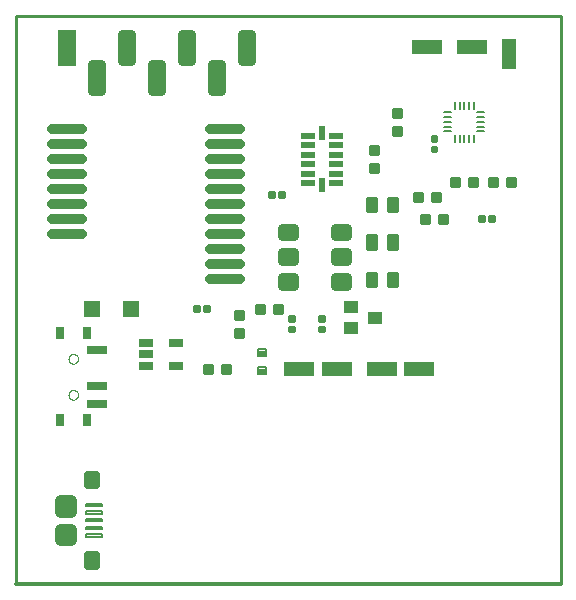
<source format=gtp>
G75*
%MOIN*%
%OFA0B0*%
%FSLAX25Y25*%
%IPPOS*%
%LPD*%
%AMOC8*
5,1,8,0,0,1.08239X$1,22.5*
%
%ADD10C,0.01000*%
%ADD11C,0.01200*%
%ADD12R,0.10000X0.05000*%
%ADD13C,0.01250*%
%ADD14R,0.05000X0.10000*%
%ADD15C,0.02953*%
%ADD16R,0.05500X0.05500*%
%ADD17C,0.00750*%
%ADD18C,0.03000*%
%ADD19R,0.06000X0.12000*%
%ADD20C,0.00875*%
%ADD21R,0.07087X0.02756*%
%ADD22R,0.02756X0.04000*%
%ADD23C,0.00000*%
%ADD24C,0.03200*%
%ADD25R,0.04500X0.04000*%
%ADD26R,0.04724X0.01969*%
%ADD27R,0.01969X0.04724*%
%ADD28C,0.00787*%
%ADD29R,0.04724X0.02717*%
%ADD30C,0.02756*%
%ADD31C,0.03740*%
D10*
X0001600Y0001600D02*
X0001600Y0190950D01*
X0183450Y0190950D01*
X0183450Y0001600D01*
X0128726Y0100866D02*
X0125726Y0100866D01*
X0125726Y0105366D01*
X0128726Y0105366D01*
X0128726Y0100866D01*
X0128726Y0101865D02*
X0125726Y0101865D01*
X0125726Y0102864D02*
X0128726Y0102864D01*
X0128726Y0103863D02*
X0125726Y0103863D01*
X0125726Y0104862D02*
X0128726Y0104862D01*
X0121726Y0100866D02*
X0118726Y0100866D01*
X0118726Y0105366D01*
X0121726Y0105366D01*
X0121726Y0100866D01*
X0121726Y0101865D02*
X0118726Y0101865D01*
X0118726Y0102864D02*
X0121726Y0102864D01*
X0121726Y0103863D02*
X0118726Y0103863D01*
X0118726Y0104862D02*
X0121726Y0104862D01*
X0121726Y0113366D02*
X0118726Y0113366D01*
X0118726Y0117866D01*
X0121726Y0117866D01*
X0121726Y0113366D01*
X0121726Y0114365D02*
X0118726Y0114365D01*
X0118726Y0115364D02*
X0121726Y0115364D01*
X0121726Y0116363D02*
X0118726Y0116363D01*
X0118726Y0117362D02*
X0121726Y0117362D01*
X0125726Y0113366D02*
X0128726Y0113366D01*
X0125726Y0113366D02*
X0125726Y0117866D01*
X0128726Y0117866D01*
X0128726Y0113366D01*
X0128726Y0114365D02*
X0125726Y0114365D01*
X0125726Y0115364D02*
X0128726Y0115364D01*
X0128726Y0116363D02*
X0125726Y0116363D01*
X0125726Y0117362D02*
X0128726Y0117362D01*
X0128726Y0125866D02*
X0125726Y0125866D01*
X0125726Y0130366D01*
X0128726Y0130366D01*
X0128726Y0125866D01*
X0128726Y0126865D02*
X0125726Y0126865D01*
X0125726Y0127864D02*
X0128726Y0127864D01*
X0128726Y0128863D02*
X0125726Y0128863D01*
X0125726Y0129862D02*
X0128726Y0129862D01*
X0121726Y0125866D02*
X0118726Y0125866D01*
X0118726Y0130366D01*
X0121726Y0130366D01*
X0121726Y0125866D01*
X0121726Y0126865D02*
X0118726Y0126865D01*
X0118726Y0127864D02*
X0121726Y0127864D01*
X0121726Y0128863D02*
X0118726Y0128863D01*
X0118726Y0129862D02*
X0121726Y0129862D01*
D11*
X0183450Y0001600D02*
X0001600Y0001600D01*
D12*
X0096226Y0073116D03*
X0108726Y0073116D03*
X0123726Y0073116D03*
X0136226Y0073116D03*
X0138726Y0180616D03*
X0153726Y0180616D03*
D13*
X0140601Y0150491D02*
X0140601Y0149241D01*
X0140601Y0150491D02*
X0141851Y0150491D01*
X0141851Y0149241D01*
X0140601Y0149241D01*
X0140601Y0150490D02*
X0141851Y0150490D01*
X0140601Y0146991D02*
X0140601Y0145741D01*
X0140601Y0146991D02*
X0141851Y0146991D01*
X0141851Y0145741D01*
X0140601Y0145741D01*
X0140601Y0146990D02*
X0141851Y0146990D01*
X0156351Y0122491D02*
X0157601Y0122491D01*
X0156351Y0122491D02*
X0156351Y0123741D01*
X0157601Y0123741D01*
X0157601Y0122491D01*
X0157601Y0123740D02*
X0156351Y0123740D01*
X0159851Y0122491D02*
X0161101Y0122491D01*
X0159851Y0122491D02*
X0159851Y0123741D01*
X0161101Y0123741D01*
X0161101Y0122491D01*
X0161101Y0123740D02*
X0159851Y0123740D01*
X0103101Y0090491D02*
X0103101Y0089241D01*
X0103101Y0090491D02*
X0104351Y0090491D01*
X0104351Y0089241D01*
X0103101Y0089241D01*
X0103101Y0090490D02*
X0104351Y0090490D01*
X0103101Y0086991D02*
X0103101Y0085741D01*
X0103101Y0086991D02*
X0104351Y0086991D01*
X0104351Y0085741D01*
X0103101Y0085741D01*
X0103101Y0086990D02*
X0104351Y0086990D01*
X0093101Y0086991D02*
X0093101Y0085741D01*
X0093101Y0086991D02*
X0094351Y0086991D01*
X0094351Y0085741D01*
X0093101Y0085741D01*
X0093101Y0086990D02*
X0094351Y0086990D01*
X0093101Y0089241D02*
X0093101Y0090491D01*
X0094351Y0090491D01*
X0094351Y0089241D01*
X0093101Y0089241D01*
X0093101Y0090490D02*
X0094351Y0090490D01*
X0066101Y0093741D02*
X0064851Y0093741D01*
X0066101Y0093741D02*
X0066101Y0092491D01*
X0064851Y0092491D01*
X0064851Y0093741D01*
X0064851Y0093740D02*
X0066101Y0093740D01*
X0062601Y0093741D02*
X0061351Y0093741D01*
X0062601Y0093741D02*
X0062601Y0092491D01*
X0061351Y0092491D01*
X0061351Y0093741D01*
X0061351Y0093740D02*
X0062601Y0093740D01*
X0086351Y0131741D02*
X0087601Y0131741D01*
X0087601Y0130491D01*
X0086351Y0130491D01*
X0086351Y0131741D01*
X0086351Y0131740D02*
X0087601Y0131740D01*
X0089851Y0131741D02*
X0091101Y0131741D01*
X0091101Y0130491D01*
X0089851Y0130491D01*
X0089851Y0131741D01*
X0089851Y0131740D02*
X0091101Y0131740D01*
D14*
X0166226Y0178116D03*
D15*
X0112151Y0120360D02*
X0108017Y0120360D01*
X0112151Y0120360D02*
X0112151Y0117406D01*
X0108017Y0117406D01*
X0108017Y0120360D01*
X0108017Y0120358D02*
X0112151Y0120358D01*
X0112151Y0112093D02*
X0108017Y0112093D01*
X0112151Y0112093D02*
X0112151Y0109139D01*
X0108017Y0109139D01*
X0108017Y0112093D01*
X0108017Y0112091D02*
X0112151Y0112091D01*
X0112151Y0103825D02*
X0108017Y0103825D01*
X0112151Y0103825D02*
X0112151Y0100871D01*
X0108017Y0100871D01*
X0108017Y0103825D01*
X0108017Y0103823D02*
X0112151Y0103823D01*
X0094435Y0103825D02*
X0090301Y0103825D01*
X0094435Y0103825D02*
X0094435Y0100871D01*
X0090301Y0100871D01*
X0090301Y0103825D01*
X0090301Y0103823D02*
X0094435Y0103823D01*
X0094435Y0112093D02*
X0090301Y0112093D01*
X0094435Y0112093D02*
X0094435Y0109139D01*
X0090301Y0109139D01*
X0090301Y0112093D01*
X0090301Y0112091D02*
X0094435Y0112091D01*
X0094435Y0120360D02*
X0090301Y0120360D01*
X0094435Y0120360D02*
X0094435Y0117406D01*
X0090301Y0117406D01*
X0090301Y0120360D01*
X0090301Y0120358D02*
X0094435Y0120358D01*
D16*
X0040226Y0093116D03*
X0027226Y0093116D03*
D17*
X0085101Y0079741D02*
X0085101Y0077491D01*
X0082351Y0077491D01*
X0082351Y0079741D01*
X0085101Y0079741D01*
X0085101Y0078240D02*
X0082351Y0078240D01*
X0082351Y0078989D02*
X0085101Y0078989D01*
X0085101Y0079738D02*
X0082351Y0079738D01*
X0085101Y0073741D02*
X0085101Y0071491D01*
X0082351Y0071491D01*
X0082351Y0073741D01*
X0085101Y0073741D01*
X0085101Y0072240D02*
X0082351Y0072240D01*
X0082351Y0072989D02*
X0085101Y0072989D01*
X0085101Y0073738D02*
X0082351Y0073738D01*
D18*
X0070226Y0165742D02*
X0070226Y0174742D01*
X0070226Y0165742D02*
X0067226Y0165742D01*
X0067226Y0174742D01*
X0070226Y0174742D01*
X0070226Y0168741D02*
X0067226Y0168741D01*
X0067226Y0171740D02*
X0070226Y0171740D01*
X0070226Y0174739D02*
X0067226Y0174739D01*
X0060226Y0175742D02*
X0060226Y0184742D01*
X0060226Y0175742D02*
X0057226Y0175742D01*
X0057226Y0184742D01*
X0060226Y0184742D01*
X0060226Y0178741D02*
X0057226Y0178741D01*
X0057226Y0181740D02*
X0060226Y0181740D01*
X0060226Y0184739D02*
X0057226Y0184739D01*
X0050226Y0174742D02*
X0050226Y0165742D01*
X0047226Y0165742D01*
X0047226Y0174742D01*
X0050226Y0174742D01*
X0050226Y0168741D02*
X0047226Y0168741D01*
X0047226Y0171740D02*
X0050226Y0171740D01*
X0050226Y0174739D02*
X0047226Y0174739D01*
X0040226Y0175742D02*
X0040226Y0184742D01*
X0040226Y0175742D02*
X0037226Y0175742D01*
X0037226Y0184742D01*
X0040226Y0184742D01*
X0040226Y0178741D02*
X0037226Y0178741D01*
X0037226Y0181740D02*
X0040226Y0181740D01*
X0040226Y0184739D02*
X0037226Y0184739D01*
X0030226Y0174742D02*
X0030226Y0165742D01*
X0027226Y0165742D01*
X0027226Y0174742D01*
X0030226Y0174742D01*
X0030226Y0168741D02*
X0027226Y0168741D01*
X0027226Y0171740D02*
X0030226Y0171740D01*
X0030226Y0174739D02*
X0027226Y0174739D01*
X0080226Y0175742D02*
X0080226Y0184742D01*
X0080226Y0175742D02*
X0077226Y0175742D01*
X0077226Y0184742D01*
X0080226Y0184742D01*
X0080226Y0178741D02*
X0077226Y0178741D01*
X0077226Y0181740D02*
X0080226Y0181740D01*
X0080226Y0184739D02*
X0077226Y0184739D01*
D19*
X0018726Y0180242D03*
D20*
X0081913Y0094429D02*
X0084539Y0094429D01*
X0084539Y0091803D01*
X0081913Y0091803D01*
X0081913Y0094429D01*
X0081913Y0092677D02*
X0084539Y0092677D01*
X0084539Y0093551D02*
X0081913Y0093551D01*
X0081913Y0094425D02*
X0084539Y0094425D01*
X0087913Y0094429D02*
X0090539Y0094429D01*
X0090539Y0091803D01*
X0087913Y0091803D01*
X0087913Y0094429D01*
X0087913Y0092677D02*
X0090539Y0092677D01*
X0090539Y0093551D02*
X0087913Y0093551D01*
X0087913Y0094425D02*
X0090539Y0094425D01*
X0074913Y0092429D02*
X0074913Y0089803D01*
X0074913Y0092429D02*
X0077539Y0092429D01*
X0077539Y0089803D01*
X0074913Y0089803D01*
X0074913Y0090677D02*
X0077539Y0090677D01*
X0077539Y0091551D02*
X0074913Y0091551D01*
X0074913Y0092425D02*
X0077539Y0092425D01*
X0074913Y0086429D02*
X0074913Y0083803D01*
X0074913Y0086429D02*
X0077539Y0086429D01*
X0077539Y0083803D01*
X0074913Y0083803D01*
X0074913Y0084677D02*
X0077539Y0084677D01*
X0077539Y0085551D02*
X0074913Y0085551D01*
X0074913Y0086425D02*
X0077539Y0086425D01*
X0073039Y0071803D02*
X0070413Y0071803D01*
X0070413Y0074429D01*
X0073039Y0074429D01*
X0073039Y0071803D01*
X0073039Y0072677D02*
X0070413Y0072677D01*
X0070413Y0073551D02*
X0073039Y0073551D01*
X0073039Y0074425D02*
X0070413Y0074425D01*
X0067039Y0071803D02*
X0064413Y0071803D01*
X0064413Y0074429D01*
X0067039Y0074429D01*
X0067039Y0071803D01*
X0067039Y0072677D02*
X0064413Y0072677D01*
X0064413Y0073551D02*
X0067039Y0073551D01*
X0067039Y0074425D02*
X0064413Y0074425D01*
X0119913Y0138803D02*
X0119913Y0141429D01*
X0122539Y0141429D01*
X0122539Y0138803D01*
X0119913Y0138803D01*
X0119913Y0139677D02*
X0122539Y0139677D01*
X0122539Y0140551D02*
X0119913Y0140551D01*
X0119913Y0141425D02*
X0122539Y0141425D01*
X0119913Y0144803D02*
X0119913Y0147429D01*
X0122539Y0147429D01*
X0122539Y0144803D01*
X0119913Y0144803D01*
X0119913Y0145677D02*
X0122539Y0145677D01*
X0122539Y0146551D02*
X0119913Y0146551D01*
X0119913Y0147425D02*
X0122539Y0147425D01*
X0130039Y0151303D02*
X0130039Y0153929D01*
X0130039Y0151303D02*
X0127413Y0151303D01*
X0127413Y0153929D01*
X0130039Y0153929D01*
X0130039Y0152177D02*
X0127413Y0152177D01*
X0127413Y0153051D02*
X0130039Y0153051D01*
X0130039Y0153925D02*
X0127413Y0153925D01*
X0130039Y0157303D02*
X0130039Y0159929D01*
X0130039Y0157303D02*
X0127413Y0157303D01*
X0127413Y0159929D01*
X0130039Y0159929D01*
X0130039Y0158177D02*
X0127413Y0158177D01*
X0127413Y0159051D02*
X0130039Y0159051D01*
X0130039Y0159925D02*
X0127413Y0159925D01*
X0146913Y0134303D02*
X0149539Y0134303D01*
X0146913Y0134303D02*
X0146913Y0136929D01*
X0149539Y0136929D01*
X0149539Y0134303D01*
X0149539Y0135177D02*
X0146913Y0135177D01*
X0146913Y0136051D02*
X0149539Y0136051D01*
X0149539Y0136925D02*
X0146913Y0136925D01*
X0143039Y0129303D02*
X0140413Y0129303D01*
X0140413Y0131929D01*
X0143039Y0131929D01*
X0143039Y0129303D01*
X0143039Y0130177D02*
X0140413Y0130177D01*
X0140413Y0131051D02*
X0143039Y0131051D01*
X0143039Y0131925D02*
X0140413Y0131925D01*
X0137039Y0129303D02*
X0134413Y0129303D01*
X0134413Y0131929D01*
X0137039Y0131929D01*
X0137039Y0129303D01*
X0137039Y0130177D02*
X0134413Y0130177D01*
X0134413Y0131051D02*
X0137039Y0131051D01*
X0137039Y0131925D02*
X0134413Y0131925D01*
X0136913Y0121803D02*
X0139539Y0121803D01*
X0136913Y0121803D02*
X0136913Y0124429D01*
X0139539Y0124429D01*
X0139539Y0121803D01*
X0139539Y0122677D02*
X0136913Y0122677D01*
X0136913Y0123551D02*
X0139539Y0123551D01*
X0139539Y0124425D02*
X0136913Y0124425D01*
X0142913Y0121803D02*
X0145539Y0121803D01*
X0142913Y0121803D02*
X0142913Y0124429D01*
X0145539Y0124429D01*
X0145539Y0121803D01*
X0145539Y0122677D02*
X0142913Y0122677D01*
X0142913Y0123551D02*
X0145539Y0123551D01*
X0145539Y0124425D02*
X0142913Y0124425D01*
X0152913Y0134303D02*
X0155539Y0134303D01*
X0152913Y0134303D02*
X0152913Y0136929D01*
X0155539Y0136929D01*
X0155539Y0134303D01*
X0155539Y0135177D02*
X0152913Y0135177D01*
X0152913Y0136051D02*
X0155539Y0136051D01*
X0155539Y0136925D02*
X0152913Y0136925D01*
X0159413Y0136929D02*
X0162039Y0136929D01*
X0162039Y0134303D01*
X0159413Y0134303D01*
X0159413Y0136929D01*
X0159413Y0135177D02*
X0162039Y0135177D01*
X0162039Y0136051D02*
X0159413Y0136051D01*
X0159413Y0136925D02*
X0162039Y0136925D01*
X0165413Y0136929D02*
X0168039Y0136929D01*
X0168039Y0134303D01*
X0165413Y0134303D01*
X0165413Y0136929D01*
X0165413Y0135177D02*
X0168039Y0135177D01*
X0168039Y0136051D02*
X0165413Y0136051D01*
X0165413Y0136925D02*
X0168039Y0136925D01*
D21*
X0028639Y0079616D03*
X0028639Y0067616D03*
X0028639Y0061616D03*
D22*
X0025380Y0056116D03*
X0016324Y0056116D03*
X0016324Y0085116D03*
X0025380Y0085116D03*
D23*
X0019252Y0076616D02*
X0019254Y0076696D01*
X0019260Y0076775D01*
X0019270Y0076854D01*
X0019284Y0076933D01*
X0019301Y0077011D01*
X0019323Y0077088D01*
X0019348Y0077163D01*
X0019378Y0077237D01*
X0019410Y0077310D01*
X0019447Y0077381D01*
X0019487Y0077450D01*
X0019530Y0077517D01*
X0019577Y0077582D01*
X0019626Y0077644D01*
X0019679Y0077704D01*
X0019735Y0077761D01*
X0019793Y0077816D01*
X0019854Y0077867D01*
X0019918Y0077915D01*
X0019984Y0077960D01*
X0020052Y0078002D01*
X0020122Y0078040D01*
X0020194Y0078074D01*
X0020267Y0078105D01*
X0020342Y0078133D01*
X0020419Y0078156D01*
X0020496Y0078176D01*
X0020574Y0078192D01*
X0020653Y0078204D01*
X0020732Y0078212D01*
X0020812Y0078216D01*
X0020892Y0078216D01*
X0020972Y0078212D01*
X0021051Y0078204D01*
X0021130Y0078192D01*
X0021208Y0078176D01*
X0021285Y0078156D01*
X0021362Y0078133D01*
X0021437Y0078105D01*
X0021510Y0078074D01*
X0021582Y0078040D01*
X0021652Y0078002D01*
X0021720Y0077960D01*
X0021786Y0077915D01*
X0021850Y0077867D01*
X0021911Y0077816D01*
X0021969Y0077761D01*
X0022025Y0077704D01*
X0022078Y0077644D01*
X0022127Y0077582D01*
X0022174Y0077517D01*
X0022217Y0077450D01*
X0022257Y0077381D01*
X0022294Y0077310D01*
X0022326Y0077237D01*
X0022356Y0077163D01*
X0022381Y0077088D01*
X0022403Y0077011D01*
X0022420Y0076933D01*
X0022434Y0076854D01*
X0022444Y0076775D01*
X0022450Y0076696D01*
X0022452Y0076616D01*
X0022450Y0076536D01*
X0022444Y0076457D01*
X0022434Y0076378D01*
X0022420Y0076299D01*
X0022403Y0076221D01*
X0022381Y0076144D01*
X0022356Y0076069D01*
X0022326Y0075995D01*
X0022294Y0075922D01*
X0022257Y0075851D01*
X0022217Y0075782D01*
X0022174Y0075715D01*
X0022127Y0075650D01*
X0022078Y0075588D01*
X0022025Y0075528D01*
X0021969Y0075471D01*
X0021911Y0075416D01*
X0021850Y0075365D01*
X0021786Y0075317D01*
X0021720Y0075272D01*
X0021652Y0075230D01*
X0021582Y0075192D01*
X0021510Y0075158D01*
X0021437Y0075127D01*
X0021362Y0075099D01*
X0021285Y0075076D01*
X0021208Y0075056D01*
X0021130Y0075040D01*
X0021051Y0075028D01*
X0020972Y0075020D01*
X0020892Y0075016D01*
X0020812Y0075016D01*
X0020732Y0075020D01*
X0020653Y0075028D01*
X0020574Y0075040D01*
X0020496Y0075056D01*
X0020419Y0075076D01*
X0020342Y0075099D01*
X0020267Y0075127D01*
X0020194Y0075158D01*
X0020122Y0075192D01*
X0020052Y0075230D01*
X0019984Y0075272D01*
X0019918Y0075317D01*
X0019854Y0075365D01*
X0019793Y0075416D01*
X0019735Y0075471D01*
X0019679Y0075528D01*
X0019626Y0075588D01*
X0019577Y0075650D01*
X0019530Y0075715D01*
X0019487Y0075782D01*
X0019447Y0075851D01*
X0019410Y0075922D01*
X0019378Y0075995D01*
X0019348Y0076069D01*
X0019323Y0076144D01*
X0019301Y0076221D01*
X0019284Y0076299D01*
X0019270Y0076378D01*
X0019260Y0076457D01*
X0019254Y0076536D01*
X0019252Y0076616D01*
X0019252Y0064616D02*
X0019254Y0064696D01*
X0019260Y0064775D01*
X0019270Y0064854D01*
X0019284Y0064933D01*
X0019301Y0065011D01*
X0019323Y0065088D01*
X0019348Y0065163D01*
X0019378Y0065237D01*
X0019410Y0065310D01*
X0019447Y0065381D01*
X0019487Y0065450D01*
X0019530Y0065517D01*
X0019577Y0065582D01*
X0019626Y0065644D01*
X0019679Y0065704D01*
X0019735Y0065761D01*
X0019793Y0065816D01*
X0019854Y0065867D01*
X0019918Y0065915D01*
X0019984Y0065960D01*
X0020052Y0066002D01*
X0020122Y0066040D01*
X0020194Y0066074D01*
X0020267Y0066105D01*
X0020342Y0066133D01*
X0020419Y0066156D01*
X0020496Y0066176D01*
X0020574Y0066192D01*
X0020653Y0066204D01*
X0020732Y0066212D01*
X0020812Y0066216D01*
X0020892Y0066216D01*
X0020972Y0066212D01*
X0021051Y0066204D01*
X0021130Y0066192D01*
X0021208Y0066176D01*
X0021285Y0066156D01*
X0021362Y0066133D01*
X0021437Y0066105D01*
X0021510Y0066074D01*
X0021582Y0066040D01*
X0021652Y0066002D01*
X0021720Y0065960D01*
X0021786Y0065915D01*
X0021850Y0065867D01*
X0021911Y0065816D01*
X0021969Y0065761D01*
X0022025Y0065704D01*
X0022078Y0065644D01*
X0022127Y0065582D01*
X0022174Y0065517D01*
X0022217Y0065450D01*
X0022257Y0065381D01*
X0022294Y0065310D01*
X0022326Y0065237D01*
X0022356Y0065163D01*
X0022381Y0065088D01*
X0022403Y0065011D01*
X0022420Y0064933D01*
X0022434Y0064854D01*
X0022444Y0064775D01*
X0022450Y0064696D01*
X0022452Y0064616D01*
X0022450Y0064536D01*
X0022444Y0064457D01*
X0022434Y0064378D01*
X0022420Y0064299D01*
X0022403Y0064221D01*
X0022381Y0064144D01*
X0022356Y0064069D01*
X0022326Y0063995D01*
X0022294Y0063922D01*
X0022257Y0063851D01*
X0022217Y0063782D01*
X0022174Y0063715D01*
X0022127Y0063650D01*
X0022078Y0063588D01*
X0022025Y0063528D01*
X0021969Y0063471D01*
X0021911Y0063416D01*
X0021850Y0063365D01*
X0021786Y0063317D01*
X0021720Y0063272D01*
X0021652Y0063230D01*
X0021582Y0063192D01*
X0021510Y0063158D01*
X0021437Y0063127D01*
X0021362Y0063099D01*
X0021285Y0063076D01*
X0021208Y0063056D01*
X0021130Y0063040D01*
X0021051Y0063028D01*
X0020972Y0063020D01*
X0020892Y0063016D01*
X0020812Y0063016D01*
X0020732Y0063020D01*
X0020653Y0063028D01*
X0020574Y0063040D01*
X0020496Y0063056D01*
X0020419Y0063076D01*
X0020342Y0063099D01*
X0020267Y0063127D01*
X0020194Y0063158D01*
X0020122Y0063192D01*
X0020052Y0063230D01*
X0019984Y0063272D01*
X0019918Y0063317D01*
X0019854Y0063365D01*
X0019793Y0063416D01*
X0019735Y0063471D01*
X0019679Y0063528D01*
X0019626Y0063588D01*
X0019577Y0063650D01*
X0019530Y0063715D01*
X0019487Y0063782D01*
X0019447Y0063851D01*
X0019410Y0063922D01*
X0019378Y0063995D01*
X0019348Y0064069D01*
X0019323Y0064144D01*
X0019301Y0064221D01*
X0019284Y0064299D01*
X0019270Y0064378D01*
X0019260Y0064457D01*
X0019254Y0064536D01*
X0019252Y0064616D01*
D24*
X0023726Y0118116D02*
X0013726Y0118116D01*
X0013726Y0123116D02*
X0023726Y0123116D01*
X0023726Y0128116D02*
X0013726Y0128116D01*
X0013726Y0133116D02*
X0023726Y0133116D01*
X0023726Y0138116D02*
X0013726Y0138116D01*
X0013726Y0143116D02*
X0023726Y0143116D01*
X0023726Y0148116D02*
X0013726Y0148116D01*
X0013726Y0153116D02*
X0023726Y0153116D01*
X0066526Y0153216D02*
X0076526Y0153216D01*
X0076526Y0148216D02*
X0066526Y0148216D01*
X0066526Y0143216D02*
X0076526Y0143216D01*
X0076526Y0138216D02*
X0066526Y0138216D01*
X0066526Y0133216D02*
X0076526Y0133216D01*
X0076526Y0128216D02*
X0066526Y0128216D01*
X0066526Y0123216D02*
X0076526Y0123216D01*
X0076526Y0118216D02*
X0066526Y0118216D01*
X0066526Y0113216D02*
X0076526Y0113216D01*
X0076526Y0108216D02*
X0066526Y0108216D01*
X0066526Y0103216D02*
X0076526Y0103216D01*
D25*
X0113289Y0093742D03*
X0113289Y0086742D03*
X0121289Y0090242D03*
D26*
X0108450Y0135242D03*
X0108450Y0138391D03*
X0108450Y0141541D03*
X0108450Y0144691D03*
X0108450Y0147840D03*
X0108450Y0150990D03*
X0099002Y0150990D03*
X0099002Y0147840D03*
X0099002Y0144691D03*
X0099002Y0141541D03*
X0099002Y0138391D03*
X0099002Y0135242D03*
D27*
X0103726Y0134454D03*
X0103726Y0151777D03*
D28*
X0144532Y0152466D02*
X0146896Y0152466D01*
X0144532Y0152466D02*
X0144532Y0152466D01*
X0146896Y0152466D01*
X0146896Y0152466D01*
X0146896Y0154041D02*
X0144532Y0154041D01*
X0144532Y0154041D01*
X0146896Y0154041D01*
X0146896Y0154041D01*
X0146896Y0155616D02*
X0144532Y0155616D01*
X0144532Y0155616D01*
X0146896Y0155616D01*
X0146896Y0155616D01*
X0146896Y0157191D02*
X0144532Y0157191D01*
X0144532Y0157191D01*
X0146896Y0157191D01*
X0146896Y0157191D01*
X0146896Y0158765D02*
X0144532Y0158765D01*
X0144532Y0158765D01*
X0146896Y0158765D01*
X0146896Y0158765D01*
X0148076Y0159946D02*
X0148076Y0162310D01*
X0148076Y0162310D01*
X0148076Y0159946D01*
X0148076Y0159946D01*
X0148076Y0160732D02*
X0148076Y0160732D01*
X0148076Y0161518D02*
X0148076Y0161518D01*
X0148076Y0162304D02*
X0148076Y0162304D01*
X0149651Y0162310D02*
X0149651Y0159946D01*
X0149651Y0162310D02*
X0149651Y0162310D01*
X0149651Y0159946D01*
X0149651Y0159946D01*
X0149651Y0160732D02*
X0149651Y0160732D01*
X0149651Y0161518D02*
X0149651Y0161518D01*
X0149651Y0162304D02*
X0149651Y0162304D01*
X0151226Y0162310D02*
X0151226Y0159946D01*
X0151226Y0162310D02*
X0151226Y0162310D01*
X0151226Y0159946D01*
X0151226Y0159946D01*
X0151226Y0160732D02*
X0151226Y0160732D01*
X0151226Y0161518D02*
X0151226Y0161518D01*
X0151226Y0162304D02*
X0151226Y0162304D01*
X0152801Y0162310D02*
X0152801Y0159946D01*
X0152801Y0162310D02*
X0152801Y0162310D01*
X0152801Y0159946D01*
X0152801Y0159946D01*
X0152801Y0160732D02*
X0152801Y0160732D01*
X0152801Y0161518D02*
X0152801Y0161518D01*
X0152801Y0162304D02*
X0152801Y0162304D01*
X0154376Y0162310D02*
X0154376Y0159946D01*
X0154376Y0162310D02*
X0154376Y0162310D01*
X0154376Y0159946D01*
X0154376Y0159946D01*
X0154376Y0160732D02*
X0154376Y0160732D01*
X0154376Y0161518D02*
X0154376Y0161518D01*
X0154376Y0162304D02*
X0154376Y0162304D01*
X0155556Y0158765D02*
X0157920Y0158765D01*
X0157920Y0158765D01*
X0155556Y0158765D01*
X0155556Y0158765D01*
X0155556Y0157191D02*
X0157920Y0157191D01*
X0157920Y0157191D01*
X0155556Y0157191D01*
X0155556Y0157191D01*
X0155556Y0155616D02*
X0157920Y0155616D01*
X0157920Y0155616D01*
X0155556Y0155616D01*
X0155556Y0155616D01*
X0155556Y0154041D02*
X0157920Y0154041D01*
X0157920Y0154041D01*
X0155556Y0154041D01*
X0155556Y0154041D01*
X0155556Y0152466D02*
X0157920Y0152466D01*
X0157920Y0152466D01*
X0155556Y0152466D01*
X0155556Y0152466D01*
X0154376Y0151286D02*
X0154376Y0148922D01*
X0154376Y0148922D01*
X0154376Y0151286D01*
X0154376Y0151286D01*
X0154376Y0149708D02*
X0154376Y0149708D01*
X0154376Y0150494D02*
X0154376Y0150494D01*
X0154376Y0151280D02*
X0154376Y0151280D01*
X0152801Y0151286D02*
X0152801Y0148922D01*
X0152801Y0148922D01*
X0152801Y0151286D01*
X0152801Y0151286D01*
X0152801Y0149708D02*
X0152801Y0149708D01*
X0152801Y0150494D02*
X0152801Y0150494D01*
X0152801Y0151280D02*
X0152801Y0151280D01*
X0151226Y0151286D02*
X0151226Y0148922D01*
X0151226Y0148922D01*
X0151226Y0151286D01*
X0151226Y0151286D01*
X0151226Y0149708D02*
X0151226Y0149708D01*
X0151226Y0150494D02*
X0151226Y0150494D01*
X0151226Y0151280D02*
X0151226Y0151280D01*
X0149651Y0151286D02*
X0149651Y0148922D01*
X0149651Y0148922D01*
X0149651Y0151286D01*
X0149651Y0151286D01*
X0149651Y0149708D02*
X0149651Y0149708D01*
X0149651Y0150494D02*
X0149651Y0150494D01*
X0149651Y0151280D02*
X0149651Y0151280D01*
X0148076Y0151286D02*
X0148076Y0148922D01*
X0148076Y0148922D01*
X0148076Y0151286D01*
X0148076Y0151286D01*
X0148076Y0149708D02*
X0148076Y0149708D01*
X0148076Y0150494D02*
X0148076Y0150494D01*
X0148076Y0151280D02*
X0148076Y0151280D01*
X0030302Y0028378D02*
X0030302Y0027590D01*
X0025182Y0027590D01*
X0025182Y0028378D01*
X0030302Y0028378D01*
X0030302Y0028376D02*
X0025182Y0028376D01*
X0030302Y0025819D02*
X0030302Y0025031D01*
X0025182Y0025031D01*
X0025182Y0025819D01*
X0030302Y0025819D01*
X0030302Y0025817D02*
X0025182Y0025817D01*
X0030302Y0023260D02*
X0030302Y0022472D01*
X0025182Y0022472D01*
X0025182Y0023260D01*
X0030302Y0023260D01*
X0030302Y0023258D02*
X0025182Y0023258D01*
X0030302Y0020701D02*
X0030302Y0019913D01*
X0025182Y0019913D01*
X0025182Y0020701D01*
X0030302Y0020701D01*
X0030302Y0020699D02*
X0025182Y0020699D01*
X0030302Y0018142D02*
X0030302Y0017354D01*
X0025182Y0017354D01*
X0025182Y0018142D01*
X0030302Y0018142D01*
X0030302Y0018140D02*
X0025182Y0018140D01*
D29*
X0044926Y0074356D03*
X0044926Y0078096D03*
X0044926Y0081836D03*
X0055163Y0081836D03*
X0055163Y0074356D03*
D30*
X0028423Y0034481D02*
X0025667Y0034481D01*
X0025667Y0038023D01*
X0028423Y0038023D01*
X0028423Y0034481D01*
X0028423Y0037236D02*
X0025667Y0037236D01*
X0025667Y0007709D02*
X0028423Y0007709D01*
X0025667Y0007709D02*
X0025667Y0011251D01*
X0028423Y0011251D01*
X0028423Y0007709D01*
X0028423Y0010464D02*
X0025667Y0010464D01*
D31*
X0016324Y0016271D02*
X0016324Y0020011D01*
X0020064Y0020011D01*
X0020064Y0016271D01*
X0016324Y0016271D01*
X0016324Y0020010D02*
X0020064Y0020010D01*
X0016324Y0025720D02*
X0016324Y0029460D01*
X0020064Y0029460D01*
X0020064Y0025720D01*
X0016324Y0025720D01*
X0016324Y0029459D02*
X0020064Y0029459D01*
M02*

</source>
